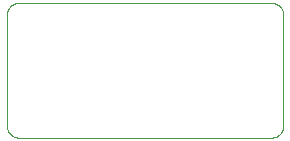
<source format=gko>
G75*
%MOIN*%
%OFA0B0*%
%FSLAX25Y25*%
%IPPOS*%
%LPD*%
%AMOC8*
5,1,8,0,0,1.08239X$1,22.5*
%
%ADD10C,0.00000*%
D10*
X0005437Y0001759D02*
X0089689Y0001759D01*
X0089813Y0001761D01*
X0089936Y0001767D01*
X0090060Y0001776D01*
X0090182Y0001790D01*
X0090305Y0001807D01*
X0090427Y0001829D01*
X0090548Y0001854D01*
X0090668Y0001883D01*
X0090787Y0001915D01*
X0090906Y0001952D01*
X0091023Y0001992D01*
X0091138Y0002035D01*
X0091253Y0002083D01*
X0091365Y0002134D01*
X0091476Y0002188D01*
X0091586Y0002246D01*
X0091693Y0002307D01*
X0091799Y0002372D01*
X0091902Y0002440D01*
X0092003Y0002511D01*
X0092102Y0002585D01*
X0092199Y0002662D01*
X0092293Y0002743D01*
X0092384Y0002826D01*
X0092473Y0002912D01*
X0092559Y0003001D01*
X0092642Y0003092D01*
X0092723Y0003186D01*
X0092800Y0003283D01*
X0092874Y0003382D01*
X0092945Y0003483D01*
X0093013Y0003586D01*
X0093078Y0003692D01*
X0093139Y0003799D01*
X0093197Y0003909D01*
X0093251Y0004020D01*
X0093302Y0004132D01*
X0093350Y0004247D01*
X0093393Y0004362D01*
X0093433Y0004479D01*
X0093470Y0004598D01*
X0093502Y0004717D01*
X0093531Y0004837D01*
X0093556Y0004958D01*
X0093578Y0005080D01*
X0093595Y0005203D01*
X0093609Y0005325D01*
X0093618Y0005449D01*
X0093624Y0005572D01*
X0093626Y0005696D01*
X0093626Y0042703D01*
X0093624Y0042827D01*
X0093618Y0042950D01*
X0093609Y0043074D01*
X0093595Y0043196D01*
X0093578Y0043319D01*
X0093556Y0043441D01*
X0093531Y0043562D01*
X0093502Y0043682D01*
X0093470Y0043801D01*
X0093433Y0043920D01*
X0093393Y0044037D01*
X0093350Y0044152D01*
X0093302Y0044267D01*
X0093251Y0044379D01*
X0093197Y0044490D01*
X0093139Y0044600D01*
X0093078Y0044707D01*
X0093013Y0044813D01*
X0092945Y0044916D01*
X0092874Y0045017D01*
X0092800Y0045116D01*
X0092723Y0045213D01*
X0092642Y0045307D01*
X0092559Y0045398D01*
X0092473Y0045487D01*
X0092384Y0045573D01*
X0092293Y0045656D01*
X0092199Y0045737D01*
X0092102Y0045814D01*
X0092003Y0045888D01*
X0091902Y0045959D01*
X0091799Y0046027D01*
X0091693Y0046092D01*
X0091586Y0046153D01*
X0091476Y0046211D01*
X0091365Y0046265D01*
X0091253Y0046316D01*
X0091138Y0046364D01*
X0091023Y0046407D01*
X0090906Y0046447D01*
X0090787Y0046484D01*
X0090668Y0046516D01*
X0090548Y0046545D01*
X0090427Y0046570D01*
X0090305Y0046592D01*
X0090182Y0046609D01*
X0090060Y0046623D01*
X0089936Y0046632D01*
X0089813Y0046638D01*
X0089689Y0046640D01*
X0005437Y0046640D01*
X0005313Y0046638D01*
X0005190Y0046632D01*
X0005066Y0046623D01*
X0004944Y0046609D01*
X0004821Y0046592D01*
X0004699Y0046570D01*
X0004578Y0046545D01*
X0004458Y0046516D01*
X0004339Y0046484D01*
X0004220Y0046447D01*
X0004103Y0046407D01*
X0003988Y0046364D01*
X0003873Y0046316D01*
X0003761Y0046265D01*
X0003650Y0046211D01*
X0003540Y0046153D01*
X0003433Y0046092D01*
X0003327Y0046027D01*
X0003224Y0045959D01*
X0003123Y0045888D01*
X0003024Y0045814D01*
X0002927Y0045737D01*
X0002833Y0045656D01*
X0002742Y0045573D01*
X0002653Y0045487D01*
X0002567Y0045398D01*
X0002484Y0045307D01*
X0002403Y0045213D01*
X0002326Y0045116D01*
X0002252Y0045017D01*
X0002181Y0044916D01*
X0002113Y0044813D01*
X0002048Y0044707D01*
X0001987Y0044600D01*
X0001929Y0044490D01*
X0001875Y0044379D01*
X0001824Y0044267D01*
X0001776Y0044152D01*
X0001733Y0044037D01*
X0001693Y0043920D01*
X0001656Y0043801D01*
X0001624Y0043682D01*
X0001595Y0043562D01*
X0001570Y0043441D01*
X0001548Y0043319D01*
X0001531Y0043196D01*
X0001517Y0043074D01*
X0001508Y0042950D01*
X0001502Y0042827D01*
X0001500Y0042703D01*
X0001500Y0005696D01*
X0001502Y0005572D01*
X0001508Y0005449D01*
X0001517Y0005325D01*
X0001531Y0005203D01*
X0001548Y0005080D01*
X0001570Y0004958D01*
X0001595Y0004837D01*
X0001624Y0004717D01*
X0001656Y0004598D01*
X0001693Y0004479D01*
X0001733Y0004362D01*
X0001776Y0004247D01*
X0001824Y0004132D01*
X0001875Y0004020D01*
X0001929Y0003909D01*
X0001987Y0003799D01*
X0002048Y0003692D01*
X0002113Y0003586D01*
X0002181Y0003483D01*
X0002252Y0003382D01*
X0002326Y0003283D01*
X0002403Y0003186D01*
X0002484Y0003092D01*
X0002567Y0003001D01*
X0002653Y0002912D01*
X0002742Y0002826D01*
X0002833Y0002743D01*
X0002927Y0002662D01*
X0003024Y0002585D01*
X0003123Y0002511D01*
X0003224Y0002440D01*
X0003327Y0002372D01*
X0003433Y0002307D01*
X0003540Y0002246D01*
X0003650Y0002188D01*
X0003761Y0002134D01*
X0003873Y0002083D01*
X0003988Y0002035D01*
X0004103Y0001992D01*
X0004220Y0001952D01*
X0004339Y0001915D01*
X0004458Y0001883D01*
X0004578Y0001854D01*
X0004699Y0001829D01*
X0004821Y0001807D01*
X0004944Y0001790D01*
X0005066Y0001776D01*
X0005190Y0001767D01*
X0005313Y0001761D01*
X0005437Y0001759D01*
M02*

</source>
